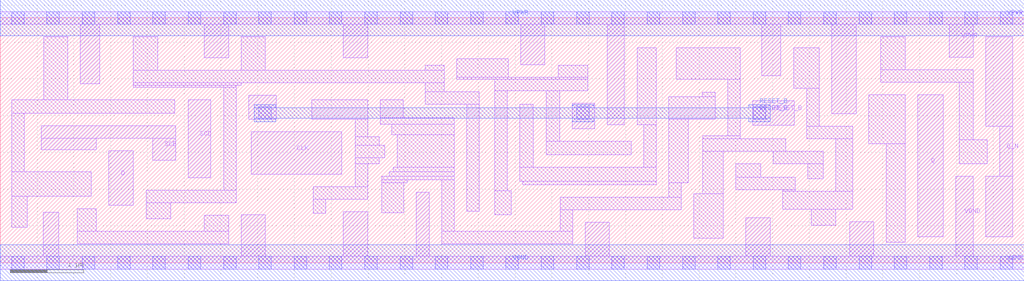
<source format=lef>
# Copyright 2020 The SkyWater PDK Authors
#
# Licensed under the Apache License, Version 2.0 (the "License");
# you may not use this file except in compliance with the License.
# You may obtain a copy of the License at
#
#     https://www.apache.org/licenses/LICENSE-2.0
#
# Unless required by applicable law or agreed to in writing, software
# distributed under the License is distributed on an "AS IS" BASIS,
# WITHOUT WARRANTIES OR CONDITIONS OF ANY KIND, either express or implied.
# See the License for the specific language governing permissions and
# limitations under the License.
#
# SPDX-License-Identifier: Apache-2.0

VERSION 5.7 ;
  NAMESCASESENSITIVE ON ;
  NOWIREEXTENSIONATPIN ON ;
  DIVIDERCHAR "/" ;
  BUSBITCHARS "[]" ;
UNITS
  DATABASE MICRONS 200 ;
END UNITS
MACRO sky130_fd_sc_lp__sdfrbp_1
  CLASS CORE ;
  SOURCE USER ;
  FOREIGN sky130_fd_sc_lp__sdfrbp_1 ;
  ORIGIN  0.000000  0.000000 ;
  SIZE  13.92000 BY  3.330000 ;
  SYMMETRY R90 ;
  SITE unit ;
  PIN D
    ANTENNAGATEAREA  0.159000 ;
    DIRECTION INPUT ;
    USE SIGNAL ;
    PORT
      LAYER li1 ;
        RECT 1.475000 0.780000 1.805000 1.525000 ;
    END
  END D
  PIN Q
    ANTENNADIFFAREA  0.556500 ;
    DIRECTION OUTPUT ;
    USE SIGNAL ;
    PORT
      LAYER li1 ;
        RECT 12.475000 0.355000 12.820000 2.285000 ;
    END
  END Q
  PIN Q_N
    ANTENNADIFFAREA  0.556500 ;
    DIRECTION OUTPUT ;
    USE SIGNAL ;
    PORT
      LAYER li1 ;
        RECT 13.395000 0.355000 13.765000 1.175000 ;
        RECT 13.400000 1.855000 13.765000 3.075000 ;
        RECT 13.585000 1.175000 13.765000 1.855000 ;
    END
  END Q_N
  PIN RESET_B
    ANTENNAGATEAREA  0.411000 ;
    DIRECTION INPUT ;
    USE SIGNAL ;
    PORT
      LAYER li1 ;
        RECT  3.380000 1.950000  3.750000 2.280000 ;
        RECT  7.775000 1.820000  8.080000 2.165000 ;
        RECT 10.230000 1.870000 10.795000 2.200000 ;
      LAYER mcon ;
        RECT  3.515000 1.950000  3.685000 2.120000 ;
        RECT  7.835000 1.950000  8.005000 2.120000 ;
        RECT 10.235000 1.950000 10.405000 2.120000 ;
      LAYER met1 ;
        RECT  3.455000 1.920000  3.745000 1.965000 ;
        RECT  3.455000 1.965000 10.465000 2.105000 ;
        RECT  3.455000 2.105000  3.745000 2.150000 ;
        RECT  7.775000 1.920000  8.065000 1.965000 ;
        RECT  7.775000 2.105000  8.065000 2.150000 ;
        RECT 10.175000 1.920000 10.465000 1.965000 ;
        RECT 10.175000 2.105000 10.465000 2.150000 ;
    END
  END RESET_B
  PIN SCD
    ANTENNAGATEAREA  0.159000 ;
    DIRECTION INPUT ;
    USE SIGNAL ;
    PORT
      LAYER li1 ;
        RECT 2.555000 1.155000 2.860000 2.215000 ;
    END
  END SCD
  PIN SCE
    ANTENNAGATEAREA  0.318000 ;
    DIRECTION INPUT ;
    USE SIGNAL ;
    PORT
      LAYER li1 ;
        RECT 0.555000 1.535000 1.305000 1.695000 ;
        RECT 0.555000 1.695000 2.385000 1.865000 ;
        RECT 2.070000 1.395000 2.385000 1.695000 ;
    END
  END SCE
  PIN CLK
    ANTENNAGATEAREA  0.315000 ;
    DIRECTION INPUT ;
    USE CLOCK ;
    PORT
      LAYER li1 ;
        RECT 3.410000 1.200000 4.645000 1.780000 ;
    END
  END CLK
  PIN VGND
    DIRECTION INOUT ;
    USE GROUND ;
    PORT
      LAYER li1 ;
        RECT  0.000000 -0.085000 13.920000 0.085000 ;
        RECT  0.585000  0.085000  0.795000 0.685000 ;
        RECT  3.275000  0.085000  3.605000 0.655000 ;
        RECT  4.665000  0.085000  4.995000 0.690000 ;
        RECT  5.655000  0.085000  5.835000 0.960000 ;
        RECT  7.950000  0.085000  8.280000 0.550000 ;
        RECT 10.135000  0.085000 10.465000 0.610000 ;
        RECT 11.545000  0.085000 11.875000 0.555000 ;
        RECT 12.990000  0.085000 13.225000 1.175000 ;
      LAYER mcon ;
        RECT  0.155000 -0.085000  0.325000 0.085000 ;
        RECT  0.635000 -0.085000  0.805000 0.085000 ;
        RECT  1.115000 -0.085000  1.285000 0.085000 ;
        RECT  1.595000 -0.085000  1.765000 0.085000 ;
        RECT  2.075000 -0.085000  2.245000 0.085000 ;
        RECT  2.555000 -0.085000  2.725000 0.085000 ;
        RECT  3.035000 -0.085000  3.205000 0.085000 ;
        RECT  3.515000 -0.085000  3.685000 0.085000 ;
        RECT  3.995000 -0.085000  4.165000 0.085000 ;
        RECT  4.475000 -0.085000  4.645000 0.085000 ;
        RECT  4.955000 -0.085000  5.125000 0.085000 ;
        RECT  5.435000 -0.085000  5.605000 0.085000 ;
        RECT  5.915000 -0.085000  6.085000 0.085000 ;
        RECT  6.395000 -0.085000  6.565000 0.085000 ;
        RECT  6.875000 -0.085000  7.045000 0.085000 ;
        RECT  7.355000 -0.085000  7.525000 0.085000 ;
        RECT  7.835000 -0.085000  8.005000 0.085000 ;
        RECT  8.315000 -0.085000  8.485000 0.085000 ;
        RECT  8.795000 -0.085000  8.965000 0.085000 ;
        RECT  9.275000 -0.085000  9.445000 0.085000 ;
        RECT  9.755000 -0.085000  9.925000 0.085000 ;
        RECT 10.235000 -0.085000 10.405000 0.085000 ;
        RECT 10.715000 -0.085000 10.885000 0.085000 ;
        RECT 11.195000 -0.085000 11.365000 0.085000 ;
        RECT 11.675000 -0.085000 11.845000 0.085000 ;
        RECT 12.155000 -0.085000 12.325000 0.085000 ;
        RECT 12.635000 -0.085000 12.805000 0.085000 ;
        RECT 13.115000 -0.085000 13.285000 0.085000 ;
        RECT 13.595000 -0.085000 13.765000 0.085000 ;
      LAYER met1 ;
        RECT 0.000000 -0.245000 13.920000 0.245000 ;
    END
  END VGND
  PIN VPWR
    DIRECTION INOUT ;
    USE POWER ;
    PORT
      LAYER li1 ;
        RECT  0.000000 3.245000 13.920000 3.415000 ;
        RECT  1.090000 2.435000  1.350000 3.245000 ;
        RECT  2.775000 2.790000  3.105000 3.245000 ;
        RECT  4.665000 2.790000  4.995000 3.245000 ;
        RECT  7.075000 2.695000  7.405000 3.245000 ;
        RECT  8.250000 1.875000  8.480000 3.245000 ;
        RECT 10.350000 2.545000 10.610000 3.245000 ;
        RECT 11.305000 2.025000 11.635000 3.245000 ;
        RECT 12.900000 2.795000 13.230000 3.245000 ;
      LAYER mcon ;
        RECT  0.155000 3.245000  0.325000 3.415000 ;
        RECT  0.635000 3.245000  0.805000 3.415000 ;
        RECT  1.115000 3.245000  1.285000 3.415000 ;
        RECT  1.595000 3.245000  1.765000 3.415000 ;
        RECT  2.075000 3.245000  2.245000 3.415000 ;
        RECT  2.555000 3.245000  2.725000 3.415000 ;
        RECT  3.035000 3.245000  3.205000 3.415000 ;
        RECT  3.515000 3.245000  3.685000 3.415000 ;
        RECT  3.995000 3.245000  4.165000 3.415000 ;
        RECT  4.475000 3.245000  4.645000 3.415000 ;
        RECT  4.955000 3.245000  5.125000 3.415000 ;
        RECT  5.435000 3.245000  5.605000 3.415000 ;
        RECT  5.915000 3.245000  6.085000 3.415000 ;
        RECT  6.395000 3.245000  6.565000 3.415000 ;
        RECT  6.875000 3.245000  7.045000 3.415000 ;
        RECT  7.355000 3.245000  7.525000 3.415000 ;
        RECT  7.835000 3.245000  8.005000 3.415000 ;
        RECT  8.315000 3.245000  8.485000 3.415000 ;
        RECT  8.795000 3.245000  8.965000 3.415000 ;
        RECT  9.275000 3.245000  9.445000 3.415000 ;
        RECT  9.755000 3.245000  9.925000 3.415000 ;
        RECT 10.235000 3.245000 10.405000 3.415000 ;
        RECT 10.715000 3.245000 10.885000 3.415000 ;
        RECT 11.195000 3.245000 11.365000 3.415000 ;
        RECT 11.675000 3.245000 11.845000 3.415000 ;
        RECT 12.155000 3.245000 12.325000 3.415000 ;
        RECT 12.635000 3.245000 12.805000 3.415000 ;
        RECT 13.115000 3.245000 13.285000 3.415000 ;
        RECT 13.595000 3.245000 13.765000 3.415000 ;
      LAYER met1 ;
        RECT 0.000000 3.085000 13.920000 3.575000 ;
    END
  END VPWR
  OBS
    LAYER li1 ;
      RECT  0.155000 0.485000  0.365000 0.905000 ;
      RECT  0.155000 0.905000  1.235000 1.235000 ;
      RECT  0.155000 1.235000  0.325000 2.035000 ;
      RECT  0.155000 2.035000  2.375000 2.215000 ;
      RECT  0.590000 2.215000  0.920000 3.075000 ;
      RECT  1.045000 0.255000  3.105000 0.425000 ;
      RECT  1.045000 0.425000  1.305000 0.735000 ;
      RECT  1.810000 2.385000  3.210000 2.415000 ;
      RECT  1.810000 2.415000  3.275000 2.450000 ;
      RECT  1.810000 2.450000  6.035000 2.620000 ;
      RECT  1.810000 2.620000  2.140000 3.075000 ;
      RECT  1.985000 0.595000  2.315000 0.815000 ;
      RECT  1.985000 0.815000  3.210000 0.985000 ;
      RECT  2.775000 0.425000  3.105000 0.645000 ;
      RECT  3.040000 0.985000  3.210000 2.385000 ;
      RECT  3.275000 2.620000  3.605000 3.075000 ;
      RECT  4.235000 1.950000  4.995000 2.215000 ;
      RECT  4.255000 0.670000  4.425000 0.860000 ;
      RECT  4.255000 0.860000  4.995000 1.030000 ;
      RECT  4.825000 1.030000  4.995000 1.345000 ;
      RECT  4.825000 1.345000  5.150000 1.425000 ;
      RECT  4.825000 1.425000  5.230000 1.595000 ;
      RECT  4.825000 1.595000  5.150000 1.715000 ;
      RECT  4.825000 1.715000  4.995000 1.950000 ;
      RECT  5.165000 1.885000  6.175000 1.970000 ;
      RECT  5.165000 1.970000  5.480000 2.215000 ;
      RECT  5.185000 0.680000  5.485000 1.085000 ;
      RECT  5.185000 1.085000  5.535000 1.130000 ;
      RECT  5.185000 1.130000  6.175000 1.175000 ;
      RECT  5.290000 1.175000  6.175000 1.235000 ;
      RECT  5.320000 1.740000  6.175000 1.885000 ;
      RECT  5.345000 1.235000  6.175000 1.295000 ;
      RECT  5.400000 1.295000  6.175000 1.740000 ;
      RECT  5.775000 2.155000  6.515000 2.325000 ;
      RECT  5.775000 2.325000  6.035000 2.450000 ;
      RECT  5.775000 2.620000  6.035000 2.685000 ;
      RECT  6.005000 0.255000  7.780000 0.425000 ;
      RECT  6.005000 0.425000  6.175000 1.130000 ;
      RECT  6.205000 2.495000  7.990000 2.525000 ;
      RECT  6.205000 2.525000  6.905000 2.775000 ;
      RECT  6.345000 0.700000  6.515000 2.155000 ;
      RECT  6.725000 0.650000  6.945000 0.980000 ;
      RECT  6.725000 0.980000  6.895000 2.335000 ;
      RECT  6.725000 2.335000  7.990000 2.495000 ;
      RECT  7.065000 1.110000  8.915000 1.295000 ;
      RECT  7.065000 1.295000  7.245000 2.155000 ;
      RECT  7.105000 1.060000  8.915000 1.110000 ;
      RECT  7.425000 1.465000  8.575000 1.650000 ;
      RECT  7.425000 1.650000  7.605000 2.335000 ;
      RECT  7.585000 2.525000  7.990000 2.685000 ;
      RECT  7.610000 0.425000  7.780000 0.720000 ;
      RECT  7.610000 0.720000  9.255000 0.890000 ;
      RECT  8.660000 1.875000  8.915000 2.920000 ;
      RECT  8.745000 1.295000  8.915000 1.875000 ;
      RECT  9.085000 0.890000  9.255000 1.090000 ;
      RECT  9.085000 1.090000  9.350000 1.950000 ;
      RECT  9.085000 1.950000  9.720000 2.260000 ;
      RECT  9.190000 2.495000 10.060000 2.920000 ;
      RECT  9.425000 0.330000  9.830000 0.935000 ;
      RECT  9.540000 2.260000  9.720000 2.320000 ;
      RECT  9.550000 0.935000  9.830000 1.515000 ;
      RECT  9.550000 1.515000 10.680000 1.685000 ;
      RECT  9.550000 1.685000 10.060000 1.725000 ;
      RECT  9.890000 1.725000 10.060000 2.495000 ;
      RECT 10.000000 0.995000 10.805000 1.165000 ;
      RECT 10.000000 1.165000 10.340000 1.345000 ;
      RECT 10.510000 1.345000 11.190000 1.515000 ;
      RECT 10.635000 0.725000 11.590000 0.975000 ;
      RECT 10.635000 0.975000 10.805000 0.995000 ;
      RECT 10.790000 2.370000 11.135000 2.920000 ;
      RECT 10.965000 1.685000 11.590000 1.855000 ;
      RECT 10.965000 1.855000 11.135000 2.370000 ;
      RECT 10.975000 1.145000 11.190000 1.345000 ;
      RECT 11.025000 0.510000 11.355000 0.725000 ;
      RECT 11.360000 0.975000 11.590000 1.685000 ;
      RECT 11.805000 1.615000 12.305000 2.285000 ;
      RECT 11.970000 2.455000 13.230000 2.625000 ;
      RECT 11.970000 2.625000 12.300000 3.075000 ;
      RECT 12.045000 0.280000 12.305000 1.615000 ;
      RECT 13.040000 1.345000 13.415000 1.675000 ;
      RECT 13.040000 1.675000 13.230000 2.455000 ;
  END
END sky130_fd_sc_lp__sdfrbp_1

</source>
